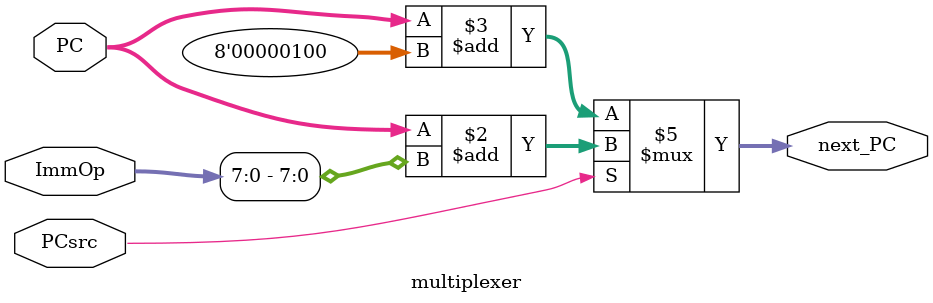
<source format=sv>
module multiplexer #(
    parameter ADDRESS_WIDTH = 8,
    DATA_WIDTH = 32
)(
    input  logic                        PCsrc,
    input  logic         [DATA_WIDTH-1:0]    ImmOp,
    input  logic         [ADDRESS_WIDTH-1:0]    PC,
    output logic         [ADDRESS_WIDTH-1:0]    next_PC 
);
logic [ADDRESS_WIDTH-1:0] branch_PC;
logic [ADDRESS_WIDTH-1:0] inc_PC;

always_comb begin
    if(PCsrc) begin
        branch_PC = PC + ImmOp[ADDRESS_WIDTH-1:0];
        next_PC = branch_PC[ADDRESS_WIDTH-1:0];
    end
    else begin
        inc_PC = PC + {{(ADDRESS_WIDTH-3){1'b0}}, 3'b100};
        next_PC = inc_PC;
    end
end


endmodule 
// verilator lint_on UNUSED


</source>
